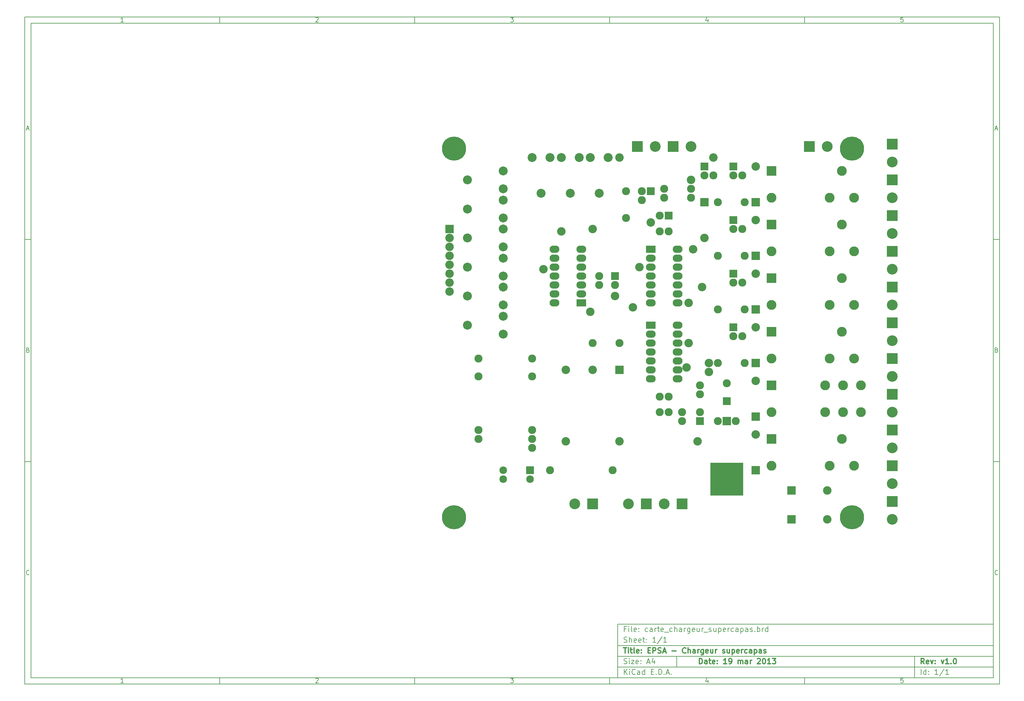
<source format=gbs>
G04 (created by PCBNEW-RS274X (2012-01-19 BZR 3256)-stable) date 19/03/2013 15:46:17*
G01*
G70*
G90*
%MOIN*%
G04 Gerber Fmt 3.4, Leading zero omitted, Abs format*
%FSLAX34Y34*%
G04 APERTURE LIST*
%ADD10C,0.006000*%
%ADD11C,0.012000*%
%ADD12C,0.090000*%
%ADD13R,0.090000X0.090000*%
%ADD14C,0.100000*%
%ADD15R,0.110000X0.110000*%
%ADD16C,0.110000*%
%ADD17C,0.095000*%
%ADD18R,0.095000X0.095000*%
%ADD19R,0.110000X0.082000*%
%ADD20O,0.110000X0.082000*%
%ADD21C,0.085000*%
%ADD22C,0.270000*%
%ADD23R,0.370000X0.370000*%
%ADD24R,0.120000X0.120000*%
%ADD25C,0.120000*%
G04 APERTURE END LIST*
G54D10*
X04000Y-04000D02*
X113000Y-04000D01*
X113000Y-78670D01*
X04000Y-78670D01*
X04000Y-04000D01*
X04700Y-04700D02*
X112300Y-04700D01*
X112300Y-77970D01*
X04700Y-77970D01*
X04700Y-04700D01*
X25800Y-04000D02*
X25800Y-04700D01*
X15043Y-04552D02*
X14757Y-04552D01*
X14900Y-04552D02*
X14900Y-04052D01*
X14852Y-04124D01*
X14805Y-04171D01*
X14757Y-04195D01*
X25800Y-78670D02*
X25800Y-77970D01*
X15043Y-78522D02*
X14757Y-78522D01*
X14900Y-78522D02*
X14900Y-78022D01*
X14852Y-78094D01*
X14805Y-78141D01*
X14757Y-78165D01*
X47600Y-04000D02*
X47600Y-04700D01*
X36557Y-04100D02*
X36581Y-04076D01*
X36629Y-04052D01*
X36748Y-04052D01*
X36795Y-04076D01*
X36819Y-04100D01*
X36843Y-04148D01*
X36843Y-04195D01*
X36819Y-04267D01*
X36533Y-04552D01*
X36843Y-04552D01*
X47600Y-78670D02*
X47600Y-77970D01*
X36557Y-78070D02*
X36581Y-78046D01*
X36629Y-78022D01*
X36748Y-78022D01*
X36795Y-78046D01*
X36819Y-78070D01*
X36843Y-78118D01*
X36843Y-78165D01*
X36819Y-78237D01*
X36533Y-78522D01*
X36843Y-78522D01*
X69400Y-04000D02*
X69400Y-04700D01*
X58333Y-04052D02*
X58643Y-04052D01*
X58476Y-04243D01*
X58548Y-04243D01*
X58595Y-04267D01*
X58619Y-04290D01*
X58643Y-04338D01*
X58643Y-04457D01*
X58619Y-04505D01*
X58595Y-04529D01*
X58548Y-04552D01*
X58405Y-04552D01*
X58357Y-04529D01*
X58333Y-04505D01*
X69400Y-78670D02*
X69400Y-77970D01*
X58333Y-78022D02*
X58643Y-78022D01*
X58476Y-78213D01*
X58548Y-78213D01*
X58595Y-78237D01*
X58619Y-78260D01*
X58643Y-78308D01*
X58643Y-78427D01*
X58619Y-78475D01*
X58595Y-78499D01*
X58548Y-78522D01*
X58405Y-78522D01*
X58357Y-78499D01*
X58333Y-78475D01*
X91200Y-04000D02*
X91200Y-04700D01*
X80395Y-04219D02*
X80395Y-04552D01*
X80276Y-04029D02*
X80157Y-04386D01*
X80467Y-04386D01*
X91200Y-78670D02*
X91200Y-77970D01*
X80395Y-78189D02*
X80395Y-78522D01*
X80276Y-77999D02*
X80157Y-78356D01*
X80467Y-78356D01*
X102219Y-04052D02*
X101981Y-04052D01*
X101957Y-04290D01*
X101981Y-04267D01*
X102029Y-04243D01*
X102148Y-04243D01*
X102195Y-04267D01*
X102219Y-04290D01*
X102243Y-04338D01*
X102243Y-04457D01*
X102219Y-04505D01*
X102195Y-04529D01*
X102148Y-04552D01*
X102029Y-04552D01*
X101981Y-04529D01*
X101957Y-04505D01*
X102219Y-78022D02*
X101981Y-78022D01*
X101957Y-78260D01*
X101981Y-78237D01*
X102029Y-78213D01*
X102148Y-78213D01*
X102195Y-78237D01*
X102219Y-78260D01*
X102243Y-78308D01*
X102243Y-78427D01*
X102219Y-78475D01*
X102195Y-78499D01*
X102148Y-78522D01*
X102029Y-78522D01*
X101981Y-78499D01*
X101957Y-78475D01*
X04000Y-28890D02*
X04700Y-28890D01*
X04231Y-16510D02*
X04469Y-16510D01*
X04184Y-16652D02*
X04350Y-16152D01*
X04517Y-16652D01*
X113000Y-28890D02*
X112300Y-28890D01*
X112531Y-16510D02*
X112769Y-16510D01*
X112484Y-16652D02*
X112650Y-16152D01*
X112817Y-16652D01*
X04000Y-53780D02*
X04700Y-53780D01*
X04386Y-41280D02*
X04457Y-41304D01*
X04481Y-41328D01*
X04505Y-41376D01*
X04505Y-41447D01*
X04481Y-41495D01*
X04457Y-41519D01*
X04410Y-41542D01*
X04219Y-41542D01*
X04219Y-41042D01*
X04386Y-41042D01*
X04433Y-41066D01*
X04457Y-41090D01*
X04481Y-41138D01*
X04481Y-41185D01*
X04457Y-41233D01*
X04433Y-41257D01*
X04386Y-41280D01*
X04219Y-41280D01*
X113000Y-53780D02*
X112300Y-53780D01*
X112686Y-41280D02*
X112757Y-41304D01*
X112781Y-41328D01*
X112805Y-41376D01*
X112805Y-41447D01*
X112781Y-41495D01*
X112757Y-41519D01*
X112710Y-41542D01*
X112519Y-41542D01*
X112519Y-41042D01*
X112686Y-41042D01*
X112733Y-41066D01*
X112757Y-41090D01*
X112781Y-41138D01*
X112781Y-41185D01*
X112757Y-41233D01*
X112733Y-41257D01*
X112686Y-41280D01*
X112519Y-41280D01*
X04505Y-66385D02*
X04481Y-66409D01*
X04410Y-66432D01*
X04362Y-66432D01*
X04290Y-66409D01*
X04243Y-66361D01*
X04219Y-66313D01*
X04195Y-66218D01*
X04195Y-66147D01*
X04219Y-66051D01*
X04243Y-66004D01*
X04290Y-65956D01*
X04362Y-65932D01*
X04410Y-65932D01*
X04481Y-65956D01*
X04505Y-65980D01*
X112805Y-66385D02*
X112781Y-66409D01*
X112710Y-66432D01*
X112662Y-66432D01*
X112590Y-66409D01*
X112543Y-66361D01*
X112519Y-66313D01*
X112495Y-66218D01*
X112495Y-66147D01*
X112519Y-66051D01*
X112543Y-66004D01*
X112590Y-65956D01*
X112662Y-65932D01*
X112710Y-65932D01*
X112781Y-65956D01*
X112805Y-65980D01*
G54D11*
X79443Y-76413D02*
X79443Y-75813D01*
X79586Y-75813D01*
X79671Y-75841D01*
X79729Y-75899D01*
X79757Y-75956D01*
X79786Y-76070D01*
X79786Y-76156D01*
X79757Y-76270D01*
X79729Y-76327D01*
X79671Y-76384D01*
X79586Y-76413D01*
X79443Y-76413D01*
X80300Y-76413D02*
X80300Y-76099D01*
X80271Y-76041D01*
X80214Y-76013D01*
X80100Y-76013D01*
X80043Y-76041D01*
X80300Y-76384D02*
X80243Y-76413D01*
X80100Y-76413D01*
X80043Y-76384D01*
X80014Y-76327D01*
X80014Y-76270D01*
X80043Y-76213D01*
X80100Y-76184D01*
X80243Y-76184D01*
X80300Y-76156D01*
X80500Y-76013D02*
X80729Y-76013D01*
X80586Y-75813D02*
X80586Y-76327D01*
X80614Y-76384D01*
X80672Y-76413D01*
X80729Y-76413D01*
X81157Y-76384D02*
X81100Y-76413D01*
X80986Y-76413D01*
X80929Y-76384D01*
X80900Y-76327D01*
X80900Y-76099D01*
X80929Y-76041D01*
X80986Y-76013D01*
X81100Y-76013D01*
X81157Y-76041D01*
X81186Y-76099D01*
X81186Y-76156D01*
X80900Y-76213D01*
X81443Y-76356D02*
X81471Y-76384D01*
X81443Y-76413D01*
X81414Y-76384D01*
X81443Y-76356D01*
X81443Y-76413D01*
X81443Y-76041D02*
X81471Y-76070D01*
X81443Y-76099D01*
X81414Y-76070D01*
X81443Y-76041D01*
X81443Y-76099D01*
X82500Y-76413D02*
X82157Y-76413D01*
X82329Y-76413D02*
X82329Y-75813D01*
X82272Y-75899D01*
X82214Y-75956D01*
X82157Y-75984D01*
X82785Y-76413D02*
X82900Y-76413D01*
X82957Y-76384D01*
X82985Y-76356D01*
X83043Y-76270D01*
X83071Y-76156D01*
X83071Y-75927D01*
X83043Y-75870D01*
X83014Y-75841D01*
X82957Y-75813D01*
X82843Y-75813D01*
X82785Y-75841D01*
X82757Y-75870D01*
X82728Y-75927D01*
X82728Y-76070D01*
X82757Y-76127D01*
X82785Y-76156D01*
X82843Y-76184D01*
X82957Y-76184D01*
X83014Y-76156D01*
X83043Y-76127D01*
X83071Y-76070D01*
X83785Y-76413D02*
X83785Y-76013D01*
X83785Y-76070D02*
X83813Y-76041D01*
X83871Y-76013D01*
X83956Y-76013D01*
X84013Y-76041D01*
X84042Y-76099D01*
X84042Y-76413D01*
X84042Y-76099D02*
X84071Y-76041D01*
X84128Y-76013D01*
X84213Y-76013D01*
X84271Y-76041D01*
X84299Y-76099D01*
X84299Y-76413D01*
X84842Y-76413D02*
X84842Y-76099D01*
X84813Y-76041D01*
X84756Y-76013D01*
X84642Y-76013D01*
X84585Y-76041D01*
X84842Y-76384D02*
X84785Y-76413D01*
X84642Y-76413D01*
X84585Y-76384D01*
X84556Y-76327D01*
X84556Y-76270D01*
X84585Y-76213D01*
X84642Y-76184D01*
X84785Y-76184D01*
X84842Y-76156D01*
X85128Y-76413D02*
X85128Y-76013D01*
X85128Y-76127D02*
X85156Y-76070D01*
X85185Y-76041D01*
X85242Y-76013D01*
X85299Y-76013D01*
X85927Y-75870D02*
X85956Y-75841D01*
X86013Y-75813D01*
X86156Y-75813D01*
X86213Y-75841D01*
X86242Y-75870D01*
X86270Y-75927D01*
X86270Y-75984D01*
X86242Y-76070D01*
X85899Y-76413D01*
X86270Y-76413D01*
X86641Y-75813D02*
X86698Y-75813D01*
X86755Y-75841D01*
X86784Y-75870D01*
X86813Y-75927D01*
X86841Y-76041D01*
X86841Y-76184D01*
X86813Y-76299D01*
X86784Y-76356D01*
X86755Y-76384D01*
X86698Y-76413D01*
X86641Y-76413D01*
X86584Y-76384D01*
X86555Y-76356D01*
X86527Y-76299D01*
X86498Y-76184D01*
X86498Y-76041D01*
X86527Y-75927D01*
X86555Y-75870D01*
X86584Y-75841D01*
X86641Y-75813D01*
X87412Y-76413D02*
X87069Y-76413D01*
X87241Y-76413D02*
X87241Y-75813D01*
X87184Y-75899D01*
X87126Y-75956D01*
X87069Y-75984D01*
X87612Y-75813D02*
X87983Y-75813D01*
X87783Y-76041D01*
X87869Y-76041D01*
X87926Y-76070D01*
X87955Y-76099D01*
X87983Y-76156D01*
X87983Y-76299D01*
X87955Y-76356D01*
X87926Y-76384D01*
X87869Y-76413D01*
X87697Y-76413D01*
X87640Y-76384D01*
X87612Y-76356D01*
G54D10*
X71043Y-77613D02*
X71043Y-77013D01*
X71386Y-77613D02*
X71129Y-77270D01*
X71386Y-77013D02*
X71043Y-77356D01*
X71643Y-77613D02*
X71643Y-77213D01*
X71643Y-77013D02*
X71614Y-77041D01*
X71643Y-77070D01*
X71671Y-77041D01*
X71643Y-77013D01*
X71643Y-77070D01*
X72272Y-77556D02*
X72243Y-77584D01*
X72157Y-77613D01*
X72100Y-77613D01*
X72015Y-77584D01*
X71957Y-77527D01*
X71929Y-77470D01*
X71900Y-77356D01*
X71900Y-77270D01*
X71929Y-77156D01*
X71957Y-77099D01*
X72015Y-77041D01*
X72100Y-77013D01*
X72157Y-77013D01*
X72243Y-77041D01*
X72272Y-77070D01*
X72786Y-77613D02*
X72786Y-77299D01*
X72757Y-77241D01*
X72700Y-77213D01*
X72586Y-77213D01*
X72529Y-77241D01*
X72786Y-77584D02*
X72729Y-77613D01*
X72586Y-77613D01*
X72529Y-77584D01*
X72500Y-77527D01*
X72500Y-77470D01*
X72529Y-77413D01*
X72586Y-77384D01*
X72729Y-77384D01*
X72786Y-77356D01*
X73329Y-77613D02*
X73329Y-77013D01*
X73329Y-77584D02*
X73272Y-77613D01*
X73158Y-77613D01*
X73100Y-77584D01*
X73072Y-77556D01*
X73043Y-77499D01*
X73043Y-77327D01*
X73072Y-77270D01*
X73100Y-77241D01*
X73158Y-77213D01*
X73272Y-77213D01*
X73329Y-77241D01*
X74072Y-77299D02*
X74272Y-77299D01*
X74358Y-77613D02*
X74072Y-77613D01*
X74072Y-77013D01*
X74358Y-77013D01*
X74615Y-77556D02*
X74643Y-77584D01*
X74615Y-77613D01*
X74586Y-77584D01*
X74615Y-77556D01*
X74615Y-77613D01*
X74901Y-77613D02*
X74901Y-77013D01*
X75044Y-77013D01*
X75129Y-77041D01*
X75187Y-77099D01*
X75215Y-77156D01*
X75244Y-77270D01*
X75244Y-77356D01*
X75215Y-77470D01*
X75187Y-77527D01*
X75129Y-77584D01*
X75044Y-77613D01*
X74901Y-77613D01*
X75501Y-77556D02*
X75529Y-77584D01*
X75501Y-77613D01*
X75472Y-77584D01*
X75501Y-77556D01*
X75501Y-77613D01*
X75758Y-77441D02*
X76044Y-77441D01*
X75701Y-77613D02*
X75901Y-77013D01*
X76101Y-77613D01*
X76301Y-77556D02*
X76329Y-77584D01*
X76301Y-77613D01*
X76272Y-77584D01*
X76301Y-77556D01*
X76301Y-77613D01*
G54D11*
X104586Y-76413D02*
X104386Y-76127D01*
X104243Y-76413D02*
X104243Y-75813D01*
X104471Y-75813D01*
X104529Y-75841D01*
X104557Y-75870D01*
X104586Y-75927D01*
X104586Y-76013D01*
X104557Y-76070D01*
X104529Y-76099D01*
X104471Y-76127D01*
X104243Y-76127D01*
X105071Y-76384D02*
X105014Y-76413D01*
X104900Y-76413D01*
X104843Y-76384D01*
X104814Y-76327D01*
X104814Y-76099D01*
X104843Y-76041D01*
X104900Y-76013D01*
X105014Y-76013D01*
X105071Y-76041D01*
X105100Y-76099D01*
X105100Y-76156D01*
X104814Y-76213D01*
X105300Y-76013D02*
X105443Y-76413D01*
X105585Y-76013D01*
X105814Y-76356D02*
X105842Y-76384D01*
X105814Y-76413D01*
X105785Y-76384D01*
X105814Y-76356D01*
X105814Y-76413D01*
X105814Y-76041D02*
X105842Y-76070D01*
X105814Y-76099D01*
X105785Y-76070D01*
X105814Y-76041D01*
X105814Y-76099D01*
X106500Y-76013D02*
X106643Y-76413D01*
X106785Y-76013D01*
X107328Y-76413D02*
X106985Y-76413D01*
X107157Y-76413D02*
X107157Y-75813D01*
X107100Y-75899D01*
X107042Y-75956D01*
X106985Y-75984D01*
X107585Y-76356D02*
X107613Y-76384D01*
X107585Y-76413D01*
X107556Y-76384D01*
X107585Y-76356D01*
X107585Y-76413D01*
X107985Y-75813D02*
X108042Y-75813D01*
X108099Y-75841D01*
X108128Y-75870D01*
X108157Y-75927D01*
X108185Y-76041D01*
X108185Y-76184D01*
X108157Y-76299D01*
X108128Y-76356D01*
X108099Y-76384D01*
X108042Y-76413D01*
X107985Y-76413D01*
X107928Y-76384D01*
X107899Y-76356D01*
X107871Y-76299D01*
X107842Y-76184D01*
X107842Y-76041D01*
X107871Y-75927D01*
X107899Y-75870D01*
X107928Y-75841D01*
X107985Y-75813D01*
G54D10*
X71014Y-76384D02*
X71100Y-76413D01*
X71243Y-76413D01*
X71300Y-76384D01*
X71329Y-76356D01*
X71357Y-76299D01*
X71357Y-76241D01*
X71329Y-76184D01*
X71300Y-76156D01*
X71243Y-76127D01*
X71129Y-76099D01*
X71071Y-76070D01*
X71043Y-76041D01*
X71014Y-75984D01*
X71014Y-75927D01*
X71043Y-75870D01*
X71071Y-75841D01*
X71129Y-75813D01*
X71271Y-75813D01*
X71357Y-75841D01*
X71614Y-76413D02*
X71614Y-76013D01*
X71614Y-75813D02*
X71585Y-75841D01*
X71614Y-75870D01*
X71642Y-75841D01*
X71614Y-75813D01*
X71614Y-75870D01*
X71843Y-76013D02*
X72157Y-76013D01*
X71843Y-76413D01*
X72157Y-76413D01*
X72614Y-76384D02*
X72557Y-76413D01*
X72443Y-76413D01*
X72386Y-76384D01*
X72357Y-76327D01*
X72357Y-76099D01*
X72386Y-76041D01*
X72443Y-76013D01*
X72557Y-76013D01*
X72614Y-76041D01*
X72643Y-76099D01*
X72643Y-76156D01*
X72357Y-76213D01*
X72900Y-76356D02*
X72928Y-76384D01*
X72900Y-76413D01*
X72871Y-76384D01*
X72900Y-76356D01*
X72900Y-76413D01*
X72900Y-76041D02*
X72928Y-76070D01*
X72900Y-76099D01*
X72871Y-76070D01*
X72900Y-76041D01*
X72900Y-76099D01*
X73614Y-76241D02*
X73900Y-76241D01*
X73557Y-76413D02*
X73757Y-75813D01*
X73957Y-76413D01*
X74414Y-76013D02*
X74414Y-76413D01*
X74271Y-75784D02*
X74128Y-76213D01*
X74500Y-76213D01*
X104243Y-77613D02*
X104243Y-77013D01*
X104786Y-77613D02*
X104786Y-77013D01*
X104786Y-77584D02*
X104729Y-77613D01*
X104615Y-77613D01*
X104557Y-77584D01*
X104529Y-77556D01*
X104500Y-77499D01*
X104500Y-77327D01*
X104529Y-77270D01*
X104557Y-77241D01*
X104615Y-77213D01*
X104729Y-77213D01*
X104786Y-77241D01*
X105072Y-77556D02*
X105100Y-77584D01*
X105072Y-77613D01*
X105043Y-77584D01*
X105072Y-77556D01*
X105072Y-77613D01*
X105072Y-77241D02*
X105100Y-77270D01*
X105072Y-77299D01*
X105043Y-77270D01*
X105072Y-77241D01*
X105072Y-77299D01*
X106129Y-77613D02*
X105786Y-77613D01*
X105958Y-77613D02*
X105958Y-77013D01*
X105901Y-77099D01*
X105843Y-77156D01*
X105786Y-77184D01*
X106814Y-76984D02*
X106300Y-77756D01*
X107329Y-77613D02*
X106986Y-77613D01*
X107158Y-77613D02*
X107158Y-77013D01*
X107101Y-77099D01*
X107043Y-77156D01*
X106986Y-77184D01*
G54D11*
X70957Y-74613D02*
X71300Y-74613D01*
X71129Y-75213D02*
X71129Y-74613D01*
X71500Y-75213D02*
X71500Y-74813D01*
X71500Y-74613D02*
X71471Y-74641D01*
X71500Y-74670D01*
X71528Y-74641D01*
X71500Y-74613D01*
X71500Y-74670D01*
X71700Y-74813D02*
X71929Y-74813D01*
X71786Y-74613D02*
X71786Y-75127D01*
X71814Y-75184D01*
X71872Y-75213D01*
X71929Y-75213D01*
X72215Y-75213D02*
X72157Y-75184D01*
X72129Y-75127D01*
X72129Y-74613D01*
X72671Y-75184D02*
X72614Y-75213D01*
X72500Y-75213D01*
X72443Y-75184D01*
X72414Y-75127D01*
X72414Y-74899D01*
X72443Y-74841D01*
X72500Y-74813D01*
X72614Y-74813D01*
X72671Y-74841D01*
X72700Y-74899D01*
X72700Y-74956D01*
X72414Y-75013D01*
X72957Y-75156D02*
X72985Y-75184D01*
X72957Y-75213D01*
X72928Y-75184D01*
X72957Y-75156D01*
X72957Y-75213D01*
X72957Y-74841D02*
X72985Y-74870D01*
X72957Y-74899D01*
X72928Y-74870D01*
X72957Y-74841D01*
X72957Y-74899D01*
X73700Y-74899D02*
X73900Y-74899D01*
X73986Y-75213D02*
X73700Y-75213D01*
X73700Y-74613D01*
X73986Y-74613D01*
X74243Y-75213D02*
X74243Y-74613D01*
X74471Y-74613D01*
X74529Y-74641D01*
X74557Y-74670D01*
X74586Y-74727D01*
X74586Y-74813D01*
X74557Y-74870D01*
X74529Y-74899D01*
X74471Y-74927D01*
X74243Y-74927D01*
X74814Y-75184D02*
X74900Y-75213D01*
X75043Y-75213D01*
X75100Y-75184D01*
X75129Y-75156D01*
X75157Y-75099D01*
X75157Y-75041D01*
X75129Y-74984D01*
X75100Y-74956D01*
X75043Y-74927D01*
X74929Y-74899D01*
X74871Y-74870D01*
X74843Y-74841D01*
X74814Y-74784D01*
X74814Y-74727D01*
X74843Y-74670D01*
X74871Y-74641D01*
X74929Y-74613D01*
X75071Y-74613D01*
X75157Y-74641D01*
X75385Y-75041D02*
X75671Y-75041D01*
X75328Y-75213D02*
X75528Y-74613D01*
X75728Y-75213D01*
X76385Y-74984D02*
X76842Y-74984D01*
X77928Y-75156D02*
X77899Y-75184D01*
X77813Y-75213D01*
X77756Y-75213D01*
X77671Y-75184D01*
X77613Y-75127D01*
X77585Y-75070D01*
X77556Y-74956D01*
X77556Y-74870D01*
X77585Y-74756D01*
X77613Y-74699D01*
X77671Y-74641D01*
X77756Y-74613D01*
X77813Y-74613D01*
X77899Y-74641D01*
X77928Y-74670D01*
X78185Y-75213D02*
X78185Y-74613D01*
X78442Y-75213D02*
X78442Y-74899D01*
X78413Y-74841D01*
X78356Y-74813D01*
X78271Y-74813D01*
X78213Y-74841D01*
X78185Y-74870D01*
X78985Y-75213D02*
X78985Y-74899D01*
X78956Y-74841D01*
X78899Y-74813D01*
X78785Y-74813D01*
X78728Y-74841D01*
X78985Y-75184D02*
X78928Y-75213D01*
X78785Y-75213D01*
X78728Y-75184D01*
X78699Y-75127D01*
X78699Y-75070D01*
X78728Y-75013D01*
X78785Y-74984D01*
X78928Y-74984D01*
X78985Y-74956D01*
X79271Y-75213D02*
X79271Y-74813D01*
X79271Y-74927D02*
X79299Y-74870D01*
X79328Y-74841D01*
X79385Y-74813D01*
X79442Y-74813D01*
X79899Y-74813D02*
X79899Y-75299D01*
X79870Y-75356D01*
X79842Y-75384D01*
X79785Y-75413D01*
X79699Y-75413D01*
X79642Y-75384D01*
X79899Y-75184D02*
X79842Y-75213D01*
X79728Y-75213D01*
X79670Y-75184D01*
X79642Y-75156D01*
X79613Y-75099D01*
X79613Y-74927D01*
X79642Y-74870D01*
X79670Y-74841D01*
X79728Y-74813D01*
X79842Y-74813D01*
X79899Y-74841D01*
X80413Y-75184D02*
X80356Y-75213D01*
X80242Y-75213D01*
X80185Y-75184D01*
X80156Y-75127D01*
X80156Y-74899D01*
X80185Y-74841D01*
X80242Y-74813D01*
X80356Y-74813D01*
X80413Y-74841D01*
X80442Y-74899D01*
X80442Y-74956D01*
X80156Y-75013D01*
X80956Y-74813D02*
X80956Y-75213D01*
X80699Y-74813D02*
X80699Y-75127D01*
X80727Y-75184D01*
X80785Y-75213D01*
X80870Y-75213D01*
X80927Y-75184D01*
X80956Y-75156D01*
X81242Y-75213D02*
X81242Y-74813D01*
X81242Y-74927D02*
X81270Y-74870D01*
X81299Y-74841D01*
X81356Y-74813D01*
X81413Y-74813D01*
X82041Y-75184D02*
X82098Y-75213D01*
X82213Y-75213D01*
X82270Y-75184D01*
X82298Y-75127D01*
X82298Y-75099D01*
X82270Y-75041D01*
X82213Y-75013D01*
X82127Y-75013D01*
X82070Y-74984D01*
X82041Y-74927D01*
X82041Y-74899D01*
X82070Y-74841D01*
X82127Y-74813D01*
X82213Y-74813D01*
X82270Y-74841D01*
X82813Y-74813D02*
X82813Y-75213D01*
X82556Y-74813D02*
X82556Y-75127D01*
X82584Y-75184D01*
X82642Y-75213D01*
X82727Y-75213D01*
X82784Y-75184D01*
X82813Y-75156D01*
X83099Y-74813D02*
X83099Y-75413D01*
X83099Y-74841D02*
X83156Y-74813D01*
X83270Y-74813D01*
X83327Y-74841D01*
X83356Y-74870D01*
X83385Y-74927D01*
X83385Y-75099D01*
X83356Y-75156D01*
X83327Y-75184D01*
X83270Y-75213D01*
X83156Y-75213D01*
X83099Y-75184D01*
X83870Y-75184D02*
X83813Y-75213D01*
X83699Y-75213D01*
X83642Y-75184D01*
X83613Y-75127D01*
X83613Y-74899D01*
X83642Y-74841D01*
X83699Y-74813D01*
X83813Y-74813D01*
X83870Y-74841D01*
X83899Y-74899D01*
X83899Y-74956D01*
X83613Y-75013D01*
X84156Y-75213D02*
X84156Y-74813D01*
X84156Y-74927D02*
X84184Y-74870D01*
X84213Y-74841D01*
X84270Y-74813D01*
X84327Y-74813D01*
X84784Y-75184D02*
X84727Y-75213D01*
X84613Y-75213D01*
X84555Y-75184D01*
X84527Y-75156D01*
X84498Y-75099D01*
X84498Y-74927D01*
X84527Y-74870D01*
X84555Y-74841D01*
X84613Y-74813D01*
X84727Y-74813D01*
X84784Y-74841D01*
X85298Y-75213D02*
X85298Y-74899D01*
X85269Y-74841D01*
X85212Y-74813D01*
X85098Y-74813D01*
X85041Y-74841D01*
X85298Y-75184D02*
X85241Y-75213D01*
X85098Y-75213D01*
X85041Y-75184D01*
X85012Y-75127D01*
X85012Y-75070D01*
X85041Y-75013D01*
X85098Y-74984D01*
X85241Y-74984D01*
X85298Y-74956D01*
X85584Y-74813D02*
X85584Y-75413D01*
X85584Y-74841D02*
X85641Y-74813D01*
X85755Y-74813D01*
X85812Y-74841D01*
X85841Y-74870D01*
X85870Y-74927D01*
X85870Y-75099D01*
X85841Y-75156D01*
X85812Y-75184D01*
X85755Y-75213D01*
X85641Y-75213D01*
X85584Y-75184D01*
X86384Y-75213D02*
X86384Y-74899D01*
X86355Y-74841D01*
X86298Y-74813D01*
X86184Y-74813D01*
X86127Y-74841D01*
X86384Y-75184D02*
X86327Y-75213D01*
X86184Y-75213D01*
X86127Y-75184D01*
X86098Y-75127D01*
X86098Y-75070D01*
X86127Y-75013D01*
X86184Y-74984D01*
X86327Y-74984D01*
X86384Y-74956D01*
X86641Y-75184D02*
X86698Y-75213D01*
X86813Y-75213D01*
X86870Y-75184D01*
X86898Y-75127D01*
X86898Y-75099D01*
X86870Y-75041D01*
X86813Y-75013D01*
X86727Y-75013D01*
X86670Y-74984D01*
X86641Y-74927D01*
X86641Y-74899D01*
X86670Y-74841D01*
X86727Y-74813D01*
X86813Y-74813D01*
X86870Y-74841D01*
G54D10*
X71243Y-72499D02*
X71043Y-72499D01*
X71043Y-72813D02*
X71043Y-72213D01*
X71329Y-72213D01*
X71557Y-72813D02*
X71557Y-72413D01*
X71557Y-72213D02*
X71528Y-72241D01*
X71557Y-72270D01*
X71585Y-72241D01*
X71557Y-72213D01*
X71557Y-72270D01*
X71929Y-72813D02*
X71871Y-72784D01*
X71843Y-72727D01*
X71843Y-72213D01*
X72385Y-72784D02*
X72328Y-72813D01*
X72214Y-72813D01*
X72157Y-72784D01*
X72128Y-72727D01*
X72128Y-72499D01*
X72157Y-72441D01*
X72214Y-72413D01*
X72328Y-72413D01*
X72385Y-72441D01*
X72414Y-72499D01*
X72414Y-72556D01*
X72128Y-72613D01*
X72671Y-72756D02*
X72699Y-72784D01*
X72671Y-72813D01*
X72642Y-72784D01*
X72671Y-72756D01*
X72671Y-72813D01*
X72671Y-72441D02*
X72699Y-72470D01*
X72671Y-72499D01*
X72642Y-72470D01*
X72671Y-72441D01*
X72671Y-72499D01*
X73671Y-72784D02*
X73614Y-72813D01*
X73500Y-72813D01*
X73442Y-72784D01*
X73414Y-72756D01*
X73385Y-72699D01*
X73385Y-72527D01*
X73414Y-72470D01*
X73442Y-72441D01*
X73500Y-72413D01*
X73614Y-72413D01*
X73671Y-72441D01*
X74185Y-72813D02*
X74185Y-72499D01*
X74156Y-72441D01*
X74099Y-72413D01*
X73985Y-72413D01*
X73928Y-72441D01*
X74185Y-72784D02*
X74128Y-72813D01*
X73985Y-72813D01*
X73928Y-72784D01*
X73899Y-72727D01*
X73899Y-72670D01*
X73928Y-72613D01*
X73985Y-72584D01*
X74128Y-72584D01*
X74185Y-72556D01*
X74471Y-72813D02*
X74471Y-72413D01*
X74471Y-72527D02*
X74499Y-72470D01*
X74528Y-72441D01*
X74585Y-72413D01*
X74642Y-72413D01*
X74756Y-72413D02*
X74985Y-72413D01*
X74842Y-72213D02*
X74842Y-72727D01*
X74870Y-72784D01*
X74928Y-72813D01*
X74985Y-72813D01*
X75413Y-72784D02*
X75356Y-72813D01*
X75242Y-72813D01*
X75185Y-72784D01*
X75156Y-72727D01*
X75156Y-72499D01*
X75185Y-72441D01*
X75242Y-72413D01*
X75356Y-72413D01*
X75413Y-72441D01*
X75442Y-72499D01*
X75442Y-72556D01*
X75156Y-72613D01*
X75556Y-72870D02*
X76013Y-72870D01*
X76413Y-72784D02*
X76356Y-72813D01*
X76242Y-72813D01*
X76184Y-72784D01*
X76156Y-72756D01*
X76127Y-72699D01*
X76127Y-72527D01*
X76156Y-72470D01*
X76184Y-72441D01*
X76242Y-72413D01*
X76356Y-72413D01*
X76413Y-72441D01*
X76670Y-72813D02*
X76670Y-72213D01*
X76927Y-72813D02*
X76927Y-72499D01*
X76898Y-72441D01*
X76841Y-72413D01*
X76756Y-72413D01*
X76698Y-72441D01*
X76670Y-72470D01*
X77470Y-72813D02*
X77470Y-72499D01*
X77441Y-72441D01*
X77384Y-72413D01*
X77270Y-72413D01*
X77213Y-72441D01*
X77470Y-72784D02*
X77413Y-72813D01*
X77270Y-72813D01*
X77213Y-72784D01*
X77184Y-72727D01*
X77184Y-72670D01*
X77213Y-72613D01*
X77270Y-72584D01*
X77413Y-72584D01*
X77470Y-72556D01*
X77756Y-72813D02*
X77756Y-72413D01*
X77756Y-72527D02*
X77784Y-72470D01*
X77813Y-72441D01*
X77870Y-72413D01*
X77927Y-72413D01*
X78384Y-72413D02*
X78384Y-72899D01*
X78355Y-72956D01*
X78327Y-72984D01*
X78270Y-73013D01*
X78184Y-73013D01*
X78127Y-72984D01*
X78384Y-72784D02*
X78327Y-72813D01*
X78213Y-72813D01*
X78155Y-72784D01*
X78127Y-72756D01*
X78098Y-72699D01*
X78098Y-72527D01*
X78127Y-72470D01*
X78155Y-72441D01*
X78213Y-72413D01*
X78327Y-72413D01*
X78384Y-72441D01*
X78898Y-72784D02*
X78841Y-72813D01*
X78727Y-72813D01*
X78670Y-72784D01*
X78641Y-72727D01*
X78641Y-72499D01*
X78670Y-72441D01*
X78727Y-72413D01*
X78841Y-72413D01*
X78898Y-72441D01*
X78927Y-72499D01*
X78927Y-72556D01*
X78641Y-72613D01*
X79441Y-72413D02*
X79441Y-72813D01*
X79184Y-72413D02*
X79184Y-72727D01*
X79212Y-72784D01*
X79270Y-72813D01*
X79355Y-72813D01*
X79412Y-72784D01*
X79441Y-72756D01*
X79727Y-72813D02*
X79727Y-72413D01*
X79727Y-72527D02*
X79755Y-72470D01*
X79784Y-72441D01*
X79841Y-72413D01*
X79898Y-72413D01*
X79955Y-72870D02*
X80412Y-72870D01*
X80526Y-72784D02*
X80583Y-72813D01*
X80698Y-72813D01*
X80755Y-72784D01*
X80783Y-72727D01*
X80783Y-72699D01*
X80755Y-72641D01*
X80698Y-72613D01*
X80612Y-72613D01*
X80555Y-72584D01*
X80526Y-72527D01*
X80526Y-72499D01*
X80555Y-72441D01*
X80612Y-72413D01*
X80698Y-72413D01*
X80755Y-72441D01*
X81298Y-72413D02*
X81298Y-72813D01*
X81041Y-72413D02*
X81041Y-72727D01*
X81069Y-72784D01*
X81127Y-72813D01*
X81212Y-72813D01*
X81269Y-72784D01*
X81298Y-72756D01*
X81584Y-72413D02*
X81584Y-73013D01*
X81584Y-72441D02*
X81641Y-72413D01*
X81755Y-72413D01*
X81812Y-72441D01*
X81841Y-72470D01*
X81870Y-72527D01*
X81870Y-72699D01*
X81841Y-72756D01*
X81812Y-72784D01*
X81755Y-72813D01*
X81641Y-72813D01*
X81584Y-72784D01*
X82355Y-72784D02*
X82298Y-72813D01*
X82184Y-72813D01*
X82127Y-72784D01*
X82098Y-72727D01*
X82098Y-72499D01*
X82127Y-72441D01*
X82184Y-72413D01*
X82298Y-72413D01*
X82355Y-72441D01*
X82384Y-72499D01*
X82384Y-72556D01*
X82098Y-72613D01*
X82641Y-72813D02*
X82641Y-72413D01*
X82641Y-72527D02*
X82669Y-72470D01*
X82698Y-72441D01*
X82755Y-72413D01*
X82812Y-72413D01*
X83269Y-72784D02*
X83212Y-72813D01*
X83098Y-72813D01*
X83040Y-72784D01*
X83012Y-72756D01*
X82983Y-72699D01*
X82983Y-72527D01*
X83012Y-72470D01*
X83040Y-72441D01*
X83098Y-72413D01*
X83212Y-72413D01*
X83269Y-72441D01*
X83783Y-72813D02*
X83783Y-72499D01*
X83754Y-72441D01*
X83697Y-72413D01*
X83583Y-72413D01*
X83526Y-72441D01*
X83783Y-72784D02*
X83726Y-72813D01*
X83583Y-72813D01*
X83526Y-72784D01*
X83497Y-72727D01*
X83497Y-72670D01*
X83526Y-72613D01*
X83583Y-72584D01*
X83726Y-72584D01*
X83783Y-72556D01*
X84069Y-72413D02*
X84069Y-73013D01*
X84069Y-72441D02*
X84126Y-72413D01*
X84240Y-72413D01*
X84297Y-72441D01*
X84326Y-72470D01*
X84355Y-72527D01*
X84355Y-72699D01*
X84326Y-72756D01*
X84297Y-72784D01*
X84240Y-72813D01*
X84126Y-72813D01*
X84069Y-72784D01*
X84869Y-72813D02*
X84869Y-72499D01*
X84840Y-72441D01*
X84783Y-72413D01*
X84669Y-72413D01*
X84612Y-72441D01*
X84869Y-72784D02*
X84812Y-72813D01*
X84669Y-72813D01*
X84612Y-72784D01*
X84583Y-72727D01*
X84583Y-72670D01*
X84612Y-72613D01*
X84669Y-72584D01*
X84812Y-72584D01*
X84869Y-72556D01*
X85126Y-72784D02*
X85183Y-72813D01*
X85298Y-72813D01*
X85355Y-72784D01*
X85383Y-72727D01*
X85383Y-72699D01*
X85355Y-72641D01*
X85298Y-72613D01*
X85212Y-72613D01*
X85155Y-72584D01*
X85126Y-72527D01*
X85126Y-72499D01*
X85155Y-72441D01*
X85212Y-72413D01*
X85298Y-72413D01*
X85355Y-72441D01*
X85641Y-72756D02*
X85669Y-72784D01*
X85641Y-72813D01*
X85612Y-72784D01*
X85641Y-72756D01*
X85641Y-72813D01*
X85927Y-72813D02*
X85927Y-72213D01*
X85927Y-72441D02*
X85984Y-72413D01*
X86098Y-72413D01*
X86155Y-72441D01*
X86184Y-72470D01*
X86213Y-72527D01*
X86213Y-72699D01*
X86184Y-72756D01*
X86155Y-72784D01*
X86098Y-72813D01*
X85984Y-72813D01*
X85927Y-72784D01*
X86470Y-72813D02*
X86470Y-72413D01*
X86470Y-72527D02*
X86498Y-72470D01*
X86527Y-72441D01*
X86584Y-72413D01*
X86641Y-72413D01*
X87098Y-72813D02*
X87098Y-72213D01*
X87098Y-72784D02*
X87041Y-72813D01*
X86927Y-72813D01*
X86869Y-72784D01*
X86841Y-72756D01*
X86812Y-72699D01*
X86812Y-72527D01*
X86841Y-72470D01*
X86869Y-72441D01*
X86927Y-72413D01*
X87041Y-72413D01*
X87098Y-72441D01*
X71014Y-73984D02*
X71100Y-74013D01*
X71243Y-74013D01*
X71300Y-73984D01*
X71329Y-73956D01*
X71357Y-73899D01*
X71357Y-73841D01*
X71329Y-73784D01*
X71300Y-73756D01*
X71243Y-73727D01*
X71129Y-73699D01*
X71071Y-73670D01*
X71043Y-73641D01*
X71014Y-73584D01*
X71014Y-73527D01*
X71043Y-73470D01*
X71071Y-73441D01*
X71129Y-73413D01*
X71271Y-73413D01*
X71357Y-73441D01*
X71614Y-74013D02*
X71614Y-73413D01*
X71871Y-74013D02*
X71871Y-73699D01*
X71842Y-73641D01*
X71785Y-73613D01*
X71700Y-73613D01*
X71642Y-73641D01*
X71614Y-73670D01*
X72385Y-73984D02*
X72328Y-74013D01*
X72214Y-74013D01*
X72157Y-73984D01*
X72128Y-73927D01*
X72128Y-73699D01*
X72157Y-73641D01*
X72214Y-73613D01*
X72328Y-73613D01*
X72385Y-73641D01*
X72414Y-73699D01*
X72414Y-73756D01*
X72128Y-73813D01*
X72899Y-73984D02*
X72842Y-74013D01*
X72728Y-74013D01*
X72671Y-73984D01*
X72642Y-73927D01*
X72642Y-73699D01*
X72671Y-73641D01*
X72728Y-73613D01*
X72842Y-73613D01*
X72899Y-73641D01*
X72928Y-73699D01*
X72928Y-73756D01*
X72642Y-73813D01*
X73099Y-73613D02*
X73328Y-73613D01*
X73185Y-73413D02*
X73185Y-73927D01*
X73213Y-73984D01*
X73271Y-74013D01*
X73328Y-74013D01*
X73528Y-73956D02*
X73556Y-73984D01*
X73528Y-74013D01*
X73499Y-73984D01*
X73528Y-73956D01*
X73528Y-74013D01*
X73528Y-73641D02*
X73556Y-73670D01*
X73528Y-73699D01*
X73499Y-73670D01*
X73528Y-73641D01*
X73528Y-73699D01*
X74585Y-74013D02*
X74242Y-74013D01*
X74414Y-74013D02*
X74414Y-73413D01*
X74357Y-73499D01*
X74299Y-73556D01*
X74242Y-73584D01*
X75270Y-73384D02*
X74756Y-74156D01*
X75785Y-74013D02*
X75442Y-74013D01*
X75614Y-74013D02*
X75614Y-73413D01*
X75557Y-73499D01*
X75499Y-73556D01*
X75442Y-73584D01*
X70300Y-71970D02*
X70300Y-77970D01*
X70300Y-71970D02*
X112300Y-71970D01*
X70300Y-71970D02*
X112300Y-71970D01*
X70300Y-74370D02*
X112300Y-74370D01*
X103500Y-75570D02*
X103500Y-77970D01*
X70300Y-76770D02*
X112300Y-76770D01*
X70300Y-75570D02*
X112300Y-75570D01*
X76900Y-75570D02*
X76900Y-76770D01*
G54D12*
X60750Y-52250D03*
X60750Y-51250D03*
X60750Y-50250D03*
X60750Y-44250D03*
X60750Y-42250D03*
X54750Y-42250D03*
X54750Y-44250D03*
X54750Y-50250D03*
X54750Y-51250D03*
G54D13*
X83250Y-26750D03*
G54D12*
X83250Y-27750D03*
X84250Y-27750D03*
G54D13*
X83250Y-20750D03*
G54D12*
X83250Y-21750D03*
X84250Y-21750D03*
G54D13*
X83250Y-38750D03*
G54D12*
X83250Y-39750D03*
X84250Y-39750D03*
G54D14*
X66000Y-19750D03*
X65000Y-23750D03*
X64000Y-19750D03*
X57500Y-26500D03*
X53500Y-25500D03*
X57500Y-24500D03*
X57500Y-23250D03*
X53500Y-22250D03*
X57500Y-21250D03*
X57500Y-33000D03*
X53500Y-32000D03*
X57500Y-31000D03*
X57500Y-29750D03*
X53500Y-28750D03*
X57500Y-27750D03*
X57500Y-36250D03*
X53500Y-35250D03*
X57500Y-34250D03*
X69250Y-19750D03*
X68250Y-23750D03*
X67250Y-19750D03*
X57500Y-39500D03*
X53500Y-38500D03*
X57500Y-37500D03*
G54D15*
X87500Y-51250D03*
G54D16*
X87500Y-54250D03*
X93996Y-54250D03*
X96752Y-54250D03*
X95374Y-51250D03*
G54D15*
X87500Y-33250D03*
G54D16*
X87500Y-36250D03*
X93996Y-36250D03*
X96752Y-36250D03*
X95374Y-33250D03*
G54D15*
X87500Y-39250D03*
G54D16*
X87500Y-42250D03*
X93996Y-42250D03*
X96752Y-42250D03*
X95374Y-39250D03*
G54D15*
X87500Y-21250D03*
G54D16*
X87500Y-24250D03*
X93996Y-24250D03*
X96752Y-24250D03*
X95374Y-21250D03*
G54D15*
X87500Y-27250D03*
G54D16*
X87500Y-30250D03*
X93996Y-30250D03*
X96752Y-30250D03*
X95374Y-27250D03*
G54D12*
X62750Y-54750D03*
X69750Y-54750D03*
X67500Y-40500D03*
X70500Y-40500D03*
G54D17*
X64500Y-51500D03*
X70500Y-51500D03*
X64500Y-43500D03*
X67500Y-43500D03*
G54D18*
X70500Y-43500D03*
G54D17*
X51500Y-32750D03*
X51500Y-31750D03*
X51500Y-33750D03*
X51500Y-34750D03*
X51500Y-30750D03*
X51500Y-29750D03*
G54D18*
X51500Y-27750D03*
G54D17*
X51500Y-28750D03*
G54D19*
X66250Y-36000D03*
G54D20*
X66250Y-35000D03*
X66250Y-34000D03*
X66250Y-33000D03*
X66250Y-32000D03*
X66250Y-31000D03*
X66250Y-30000D03*
X63250Y-30000D03*
X63250Y-31000D03*
X63250Y-32000D03*
X63250Y-33000D03*
X63250Y-34000D03*
X63250Y-35000D03*
X63250Y-36000D03*
G54D17*
X80000Y-28750D03*
G54D18*
X80000Y-24750D03*
G54D17*
X85750Y-26750D03*
G54D18*
X85750Y-30750D03*
G54D17*
X85750Y-20750D03*
G54D18*
X85750Y-24750D03*
G54D17*
X85750Y-50750D03*
G54D18*
X85750Y-54750D03*
G54D17*
X85750Y-38750D03*
G54D18*
X85750Y-42750D03*
G54D13*
X60500Y-54750D03*
G54D21*
X60500Y-55750D03*
G54D13*
X70000Y-33000D03*
G54D12*
X70000Y-34000D03*
G54D21*
X57500Y-54750D03*
X57500Y-55750D03*
G54D12*
X68250Y-33000D03*
X68250Y-34000D03*
G54D17*
X85750Y-44750D03*
G54D18*
X85750Y-48750D03*
G54D13*
X74000Y-23500D03*
G54D12*
X73000Y-23500D03*
X73000Y-24500D03*
G54D14*
X62750Y-19750D03*
X61750Y-23750D03*
X60750Y-19750D03*
G54D12*
X84500Y-24750D03*
X81500Y-24750D03*
X78500Y-24250D03*
X75500Y-24250D03*
X84500Y-36750D03*
X81500Y-36750D03*
G54D17*
X93750Y-57000D03*
G54D18*
X89750Y-57000D03*
G54D17*
X93750Y-60250D03*
G54D18*
X89750Y-60250D03*
G54D15*
X87500Y-45250D03*
G54D16*
X87500Y-48250D03*
X93500Y-45250D03*
X93500Y-48250D03*
X95500Y-45250D03*
X95500Y-48250D03*
X97500Y-45250D03*
X97500Y-48250D03*
G54D13*
X83250Y-32750D03*
G54D12*
X83250Y-33750D03*
X84250Y-33750D03*
G54D13*
X80000Y-20750D03*
G54D12*
X80000Y-21750D03*
X81000Y-21750D03*
X75500Y-23250D03*
X78500Y-23250D03*
X84500Y-42750D03*
X81500Y-42750D03*
X71250Y-23500D03*
X71250Y-26500D03*
X84500Y-30750D03*
X81500Y-30750D03*
G54D19*
X74000Y-30000D03*
G54D20*
X74000Y-31000D03*
X74000Y-32000D03*
X74000Y-33000D03*
X74000Y-34000D03*
X74000Y-35000D03*
X74000Y-36000D03*
X77000Y-36000D03*
X77000Y-35000D03*
X77000Y-34000D03*
X77000Y-33000D03*
X77000Y-32000D03*
X77000Y-31000D03*
X77000Y-30000D03*
G54D19*
X74000Y-38500D03*
G54D20*
X74000Y-39500D03*
X74000Y-40500D03*
X74000Y-41500D03*
X74000Y-42500D03*
X74000Y-43500D03*
X74000Y-44500D03*
X77000Y-44500D03*
X77000Y-43500D03*
X77000Y-42500D03*
X77000Y-41500D03*
X77000Y-40500D03*
X77000Y-39500D03*
X77000Y-38500D03*
G54D17*
X85750Y-32750D03*
G54D18*
X85750Y-36750D03*
G54D13*
X82500Y-47000D03*
G54D12*
X82500Y-45000D03*
G54D13*
X79500Y-49250D03*
G54D12*
X79500Y-48250D03*
X76000Y-48250D03*
X75000Y-48250D03*
G54D13*
X76000Y-26250D03*
G54D12*
X75000Y-26250D03*
X76000Y-46500D03*
X75000Y-46500D03*
X76000Y-28000D03*
X75000Y-28000D03*
X77500Y-49250D03*
X77500Y-48250D03*
X79500Y-46250D03*
X79500Y-45250D03*
G54D22*
X96500Y-60000D03*
X96500Y-18750D03*
X52000Y-18750D03*
X52000Y-60000D03*
G54D23*
X82500Y-55750D03*
G54D12*
X83500Y-49250D03*
G54D18*
X82500Y-49250D03*
G54D12*
X81500Y-49250D03*
G54D24*
X101000Y-54250D03*
G54D25*
X101000Y-56250D03*
G54D24*
X101000Y-26250D03*
G54D25*
X101000Y-28250D03*
G54D24*
X101000Y-50250D03*
G54D25*
X101000Y-52250D03*
G54D24*
X101000Y-18250D03*
G54D25*
X101000Y-20250D03*
G54D24*
X67500Y-58500D03*
G54D25*
X65500Y-58500D03*
G54D24*
X101000Y-58250D03*
G54D25*
X101000Y-60250D03*
G54D24*
X72500Y-18500D03*
G54D25*
X74500Y-18500D03*
G54D24*
X91750Y-18500D03*
G54D25*
X93750Y-18500D03*
G54D24*
X101000Y-46250D03*
G54D25*
X101000Y-48250D03*
G54D24*
X101000Y-22250D03*
G54D25*
X101000Y-24250D03*
G54D24*
X101000Y-30250D03*
G54D25*
X101000Y-32250D03*
G54D24*
X76500Y-18500D03*
G54D25*
X78500Y-18500D03*
G54D24*
X101000Y-42250D03*
G54D25*
X101000Y-44250D03*
G54D24*
X101000Y-38250D03*
G54D25*
X101000Y-40250D03*
G54D24*
X101000Y-34250D03*
G54D25*
X101000Y-36250D03*
G54D24*
X77500Y-58500D03*
G54D25*
X75500Y-58500D03*
G54D24*
X73500Y-58500D03*
G54D25*
X71500Y-58500D03*
G54D17*
X81000Y-19750D03*
X70500Y-19750D03*
X78000Y-43250D03*
X79750Y-34250D03*
X72750Y-32000D03*
X80500Y-42750D03*
X78250Y-36000D03*
X67500Y-27750D03*
X78250Y-40500D03*
X64000Y-28000D03*
X78750Y-30000D03*
X67250Y-37000D03*
X78500Y-22250D03*
X62000Y-32250D03*
X74000Y-27000D03*
X70000Y-35250D03*
X79250Y-51500D03*
X72000Y-36500D03*
X80500Y-43750D03*
M02*

</source>
